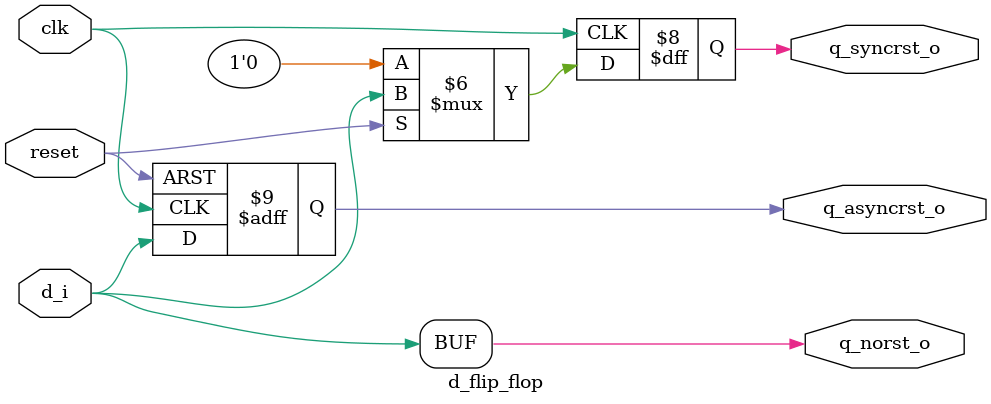
<source format=sv>
module d_flip_flop
  (
    input     logic      clk,
	input     logic      reset,
    input     logic      d_i,         // D input to the flop

    output    logic      q_norst_o,   // Q output from non-resettable flop
    output    logic      q_syncrst_o, // Q output from flop using synchronous reset
    output    logic      q_asyncrst_o // Q output from flop using asynchrnoous reset
  );
  
  

  assign q_norst_o = d_i;
  
  always@(posedge clk or negedge reset)
    begin
      if(~reset)
      	begin
        	q_asyncrst_o <= 1'b0;
      	end
      else
      	begin
        	q_asyncrst_o <= d_i;
      	end
     end
  
  always@(posedge clk)
    begin 
      if(~reset)
      begin
       q_syncrst_o <= 1'b0;
      end
      
  	  else
      begin
        q_syncrst_o <= d_i;
      end
    end
      
endmodule
</source>
